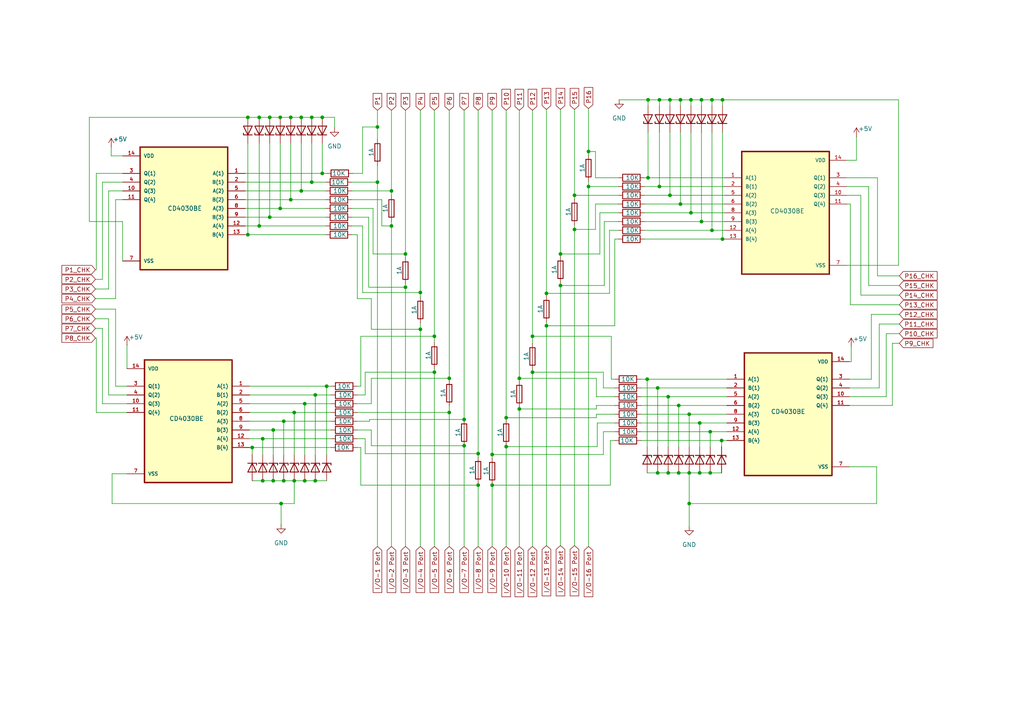
<source format=kicad_sch>
(kicad_sch (version 20250114) (generator "eeschema") (generator_version "9.0")
  (paper "A4")
  (lib_symbols
    (symbol "Device:D_Zener" (pin_numbers (hide yes)) (pin_names (offset 1.016) (hide yes))
      (property "Reference" "D" (at 0 2.54 0))
      (property "Value" "D_Zener" (at 0 -2.54 0))
      (symbol "D_Zener_1_1"
        (pin passive line (at -3.81 0 0) (length 2.54) (name "K") (number "1"))
        (pin passive line (at 3.81 0 180) (length 2.54) (name "A") (number "2"))
      )
    )
    (symbol "Device:Fuse" (pin_numbers (hide yes)) (pin_names (offset 0))
      (property "Reference" "F" (at 2.032 0 90))
      (property "Value" "Fuse" (at -1.905 0 90))
      (symbol "Fuse_1_1"
        (pin passive line (at 0 3.81 270) (length 1.27) (name "~") (number "1"))
        (pin passive line (at 0 -3.81 90) (length 1.27) (name "~") (number "2"))
      )
    )
    (symbol "Device:R" (pin_numbers (hide yes)) (pin_names (offset 0))
      (property "Reference" "R" (at 2.032 0 90))
      (property "Value" "R" (at 0 0 90))
      (symbol "R_1_1"
        (pin passive line (at 0 3.81 270) (length 1.27) (name "~") (number "1"))
        (pin passive line (at 0 -3.81 90) (length 1.27) (name "~") (number "2"))
      )
    )
    (symbol "PCM_CD4030BE:CD4030BE" (pin_names (offset 1.016))
      (property "Reference" "U" (at -12.7 18.78 0))
      (property "Value" "CD4030BE" (at -12.7 -21.78 0))
      (symbol "CD4030BE_0_0"
        (pin power_in line (at 17.78 15.24 180) (length 5.08) (name "VDD") (number "14"))
        (pin power_in line (at 17.78 -15.24 180) (length 5.08) (name "VSS") (number "7"))
      )
      (symbol "CD4030BE_1_0"
        (pin input line (at -17.78 10.16 0) (length 5.08) (name "A(1)") (number "1"))
        (pin input line (at -17.78 7.62 0) (length 5.08) (name "B(1)") (number "2"))
        (pin input line (at -17.78 5.08 0) (length 5.08) (name "A(2)") (number "5"))
        (pin input line (at -17.78 2.54 0) (length 5.08) (name "B(2)") (number "6"))
        (pin input line (at -17.78 0 0) (length 5.08) (name "A(3)") (number "8"))
        (pin input line (at -17.78 -2.54 0) (length 5.08) (name "B(3)") (number "9"))
        (pin input line (at -17.78 -5.08 0) (length 5.08) (name "A(4)") (number "12"))
        (pin input line (at -17.78 -7.62 0) (length 5.08) (name "B(4)") (number "13"))
        (pin output line (at 17.78 10.16 180) (length 5.08) (name "Q(1)") (number "3"))
        (pin output line (at 17.78 7.62 180) (length 5.08) (name "Q(2)") (number "4"))
        (pin output line (at 17.78 5.08 180) (length 5.08) (name "Q(3)") (number "10"))
        (pin output line (at 17.78 2.54 180) (length 5.08) (name "Q(4)") (number "11"))
      )
    )
    (symbol "power:+5V" (power) (pin_numbers (hide yes)) (pin_names (offset 0) (hide yes))
      (property "Value" "+5V" (at 0 3.556 0))
      (symbol "+5V_1_1"
        (pin power_in line (at 0 0 90) (length 0) (name "~") (number "1"))
      )
    )
    (symbol "power:GND" (power) (pin_numbers (hide yes)) (pin_names (offset 0) (hide yes))
      (property "Value" "GND" (at 0 -3.81 0))
      (symbol "GND_1_1"
        (pin power_in line (at 0 0 270) (length 0) (name "~") (number "1"))
      )
    )
  )
  (junction (at 150.622 109.728))
  (junction (at 205.994 137.16))
  (junction (at 82.296 139.446))
  (junction (at 209.55 69.342))
  (junction (at 206.502 66.802))
  (junction (at 109.474 52.832))
  (junction (at 154.432 97.536))
  (junction (at 190.754 137.16))
  (junction (at 82.296 122.174))
  (junction (at 117.602 83.312))
  (junction (at 166.624 56.642))
  (junction (at 203.454 28.956))
  (junction (at 158.496 94.488))
  (junction (at 121.92 95.504))
  (junction (at 91.44 114.554))
  (junction (at 109.474 36.83))
  (junction (at 199.898 137.16))
  (junction (at 146.812 121.158))
  (junction (at 202.946 137.16))
  (junction (at 187.96 28.956))
  (junction (at 142.748 131.826))
  (junction (at 121.92 84.836))
  (junction (at 200.406 28.956))
  (junction (at 158.496 85.09))
  (junction (at 196.85 137.16))
  (junction (at 187.96 51.562))
  (junction (at 113.538 65.532))
  (junction (at 191.262 54.102))
  (junction (at 190.754 112.522))
  (junction (at 84.328 57.912))
  (junction (at 203.454 64.262))
  (junction (at 205.994 125.222))
  (junction (at 134.62 121.666))
  (junction (at 170.688 43.942))
  (junction (at 142.748 140.716))
  (junction (at 85.344 139.446))
  (junction (at 76.2 139.446))
  (junction (at 191.262 28.956))
  (junction (at 79.248 124.714))
  (junction (at 162.56 82.804))
  (junction (at 150.622 118.618))
  (junction (at 197.358 28.956))
  (junction (at 130.302 119.634))
  (junction (at 91.44 139.446))
  (junction (at 87.376 34.036))
  (junction (at 90.424 34.036))
  (junction (at 193.802 115.062))
  (junction (at 199.898 146.05))
  (junction (at 78.232 34.036))
  (junction (at 162.56 73.66))
  (junction (at 197.358 59.182))
  (junction (at 81.534 146.05))
  (junction (at 193.802 137.16))
  (junction (at 196.85 117.602))
  (junction (at 209.296 127.762))
  (junction (at 134.62 129.286))
  (junction (at 87.376 55.372))
  (junction (at 81.28 34.036))
  (junction (at 202.946 122.682))
  (junction (at 81.28 60.452))
  (junction (at 209.55 28.956))
  (junction (at 170.688 54.102))
  (junction (at 79.248 139.446))
  (junction (at 93.472 34.036))
  (junction (at 200.406 61.722))
  (junction (at 199.898 120.142))
  (junction (at 146.812 129.54))
  (junction (at 88.392 117.094))
  (junction (at 84.328 34.036))
  (junction (at 117.602 73.66))
  (junction (at 75.184 34.036))
  (junction (at 138.684 140.716))
  (junction (at 78.232 62.992))
  (junction (at 154.432 107.95))
  (junction (at 166.624 66.548))
  (junction (at 206.502 28.956))
  (junction (at 130.302 109.728))
  (junction (at 85.344 119.634))
  (junction (at 75.184 65.532))
  (junction (at 73.152 129.794))
  (junction (at 71.882 68.072))
  (junction (at 125.984 97.536))
  (junction (at 71.882 34.036))
  (junction (at 88.392 139.446))
  (junction (at 113.538 55.372))
  (junction (at 94.742 112.014))
  (junction (at 76.2 127.254))
  (junction (at 194.31 28.956))
  (junction (at 93.472 50.292))
  (junction (at 125.984 107.95))
  (junction (at 187.706 109.982))
  (junction (at 138.684 131.572))
  (junction (at 90.424 52.832))
  (junction (at 194.31 56.642))
  (wire (pts (xy 134.62 32.004) (xy 134.62 121.666)))
  (wire (pts (xy 246.888 100.584) (xy 246.888 104.902)))
  (wire (pts (xy 85.344 146.05) (xy 81.534 146.05)))
  (wire (pts (xy 93.472 34.036) (xy 97.028 34.036)))
  (wire (pts (xy 197.358 59.182) (xy 210.058 59.182)))
  (wire (pts (xy 102.362 50.292) (xy 105.156 50.292)))
  (wire (pts (xy 194.31 56.642) (xy 210.058 56.642)))
  (wire (pts (xy 27.686 92.456) (xy 31.496 92.456)))
  (wire (pts (xy 81.534 146.05) (xy 81.534 152.146)))
  (wire (pts (xy 187.96 38.354) (xy 187.96 51.562)))
  (wire (pts (xy 206.502 28.956) (xy 209.55 28.956)))
  (wire (pts (xy 200.406 38.354) (xy 200.406 61.722)))
  (wire (pts (xy 109.474 48.006) (xy 109.474 52.832)))
  (wire (pts (xy 72.39 122.174) (xy 82.296 122.174)))
  (wire (pts (xy 177.038 127.762) (xy 178.308 127.762)))
  (wire (pts (xy 146.812 32.004) (xy 146.812 121.158)))
  (wire (pts (xy 172.72 51.562) (xy 179.324 51.562)))
  (wire (pts (xy 81.28 60.452) (xy 94.488 60.452)))
  (wire (pts (xy 178.308 69.342) (xy 178.308 94.488)))
  (wire (pts (xy 170.688 54.102) (xy 179.324 54.102)))
  (wire (pts (xy 71.12 50.292) (xy 93.472 50.292)))
  (wire (pts (xy 31.496 114.554) (xy 36.83 114.554)))
  (wire (pts (xy 158.496 94.488) (xy 158.496 93.472)))
  (wire (pts (xy 172.974 120.142) (xy 172.974 121.158)))
  (wire (pts (xy 176.784 66.802) (xy 179.324 66.802)))
  (wire (pts (xy 162.56 31.75) (xy 162.56 73.66)))
  (wire (pts (xy 71.12 52.832) (xy 90.424 52.832)))
  (wire (pts (xy 107.696 124.714) (xy 107.696 129.286)))
  (wire (pts (xy 249.682 85.598) (xy 260.858 85.598)))
  (wire (pts (xy 73.152 129.794) (xy 96.012 129.794)))
  (wire (pts (xy 185.928 117.602) (xy 196.85 117.602)))
  (wire (pts (xy 27.686 95.25) (xy 29.718 95.25)))
  (wire (pts (xy 166.624 56.642) (xy 179.324 56.642)))
  (wire (pts (xy 200.406 61.722) (xy 210.058 61.722)))
  (wire (pts (xy 27.686 78.232) (xy 27.94 78.232)))
  (wire (pts (xy 71.882 68.072) (xy 94.488 68.072)))
  (wire (pts (xy 187.96 28.956) (xy 187.96 30.734)))
  (wire (pts (xy 146.812 129.54) (xy 146.812 129.286)))
  (wire (pts (xy 72.39 112.014) (xy 94.742 112.014)))
  (wire (pts (xy 105.918 107.95) (xy 125.984 107.95)))
  (wire (pts (xy 102.108 62.992) (xy 106.934 62.992)))
  (wire (pts (xy 107.696 95.504) (xy 107.696 86.614)))
  (wire (pts (xy 186.944 64.262) (xy 203.454 64.262)))
  (wire (pts (xy 91.44 139.446) (xy 94.742 139.446)))
  (wire (pts (xy 150.622 118.11) (xy 150.622 118.618)))
  (wire (pts (xy 104.648 129.794) (xy 103.632 129.794)))
  (wire (pts (xy 193.802 137.16) (xy 196.85 137.16)))
  (wire (pts (xy 172.974 109.728) (xy 150.622 109.728)))
  (wire (pts (xy 199.898 120.142) (xy 210.82 120.142)))
  (wire (pts (xy 71.12 62.992) (xy 78.232 62.992)))
  (wire (pts (xy 75.184 34.036) (xy 78.232 34.036)))
  (wire (pts (xy 33.528 86.614) (xy 33.528 57.912)))
  (wire (pts (xy 166.624 56.642) (xy 166.624 57.658)))
  (wire (pts (xy 29.718 117.094) (xy 36.83 117.094)))
  (wire (pts (xy 245.618 46.482) (xy 248.412 46.482)))
  (wire (pts (xy 185.928 112.522) (xy 190.754 112.522)))
  (wire (pts (xy 187.96 51.562) (xy 210.058 51.562)))
  (wire (pts (xy 103.632 122.174) (xy 107.188 122.174)))
  (wire (pts (xy 73.152 129.794) (xy 73.152 131.826)))
  (wire (pts (xy 125.984 107.95) (xy 125.984 106.934)))
  (wire (pts (xy 173.228 129.54) (xy 146.812 129.54)))
  (wire (pts (xy 246.634 59.182) (xy 245.618 59.182)))
  (wire (pts (xy 178.308 94.488) (xy 158.496 94.488)))
  (wire (pts (xy 121.92 158.496) (xy 121.92 95.504)))
  (wire (pts (xy 209.55 38.354) (xy 209.55 69.342)))
  (wire (pts (xy 138.684 140.208) (xy 138.684 140.716)))
  (wire (pts (xy 196.85 137.16) (xy 199.898 137.16)))
  (wire (pts (xy 206.502 38.354) (xy 206.502 66.802)))
  (wire (pts (xy 27.686 98.044) (xy 27.94 98.044)))
  (wire (pts (xy 154.432 107.95) (xy 154.432 107.188)))
  (wire (pts (xy 190.754 112.522) (xy 210.82 112.522)))
  (wire (pts (xy 254.508 80.01) (xy 260.858 80.01)))
  (wire (pts (xy 203.454 64.262) (xy 210.058 64.262)))
  (wire (pts (xy 121.92 95.504) (xy 121.92 93.726)))
  (wire (pts (xy 105.918 114.554) (xy 105.918 107.95)))
  (wire (pts (xy 177.292 97.536) (xy 154.432 97.536)))
  (wire (pts (xy 194.31 28.956) (xy 197.358 28.956)))
  (wire (pts (xy 107.696 129.286) (xy 134.62 129.286)))
  (wire (pts (xy 177.038 127.762) (xy 177.038 140.716)))
  (wire (pts (xy 33.528 57.912) (xy 35.56 57.912)))
  (wire (pts (xy 185.928 125.222) (xy 205.994 125.222)))
  (wire (pts (xy 25.908 64.262) (xy 35.56 64.262)))
  (wire (pts (xy 102.108 65.532) (xy 105.156 65.532)))
  (wire (pts (xy 177.292 109.982) (xy 177.292 97.536)))
  (wire (pts (xy 200.406 28.956) (xy 203.454 28.956)))
  (wire (pts (xy 185.928 109.982) (xy 187.706 109.982)))
  (wire (pts (xy 32.258 45.212) (xy 32.258 42.672)))
  (wire (pts (xy 72.39 129.794) (xy 73.152 129.794)))
  (wire (pts (xy 209.55 69.342) (xy 210.058 69.342)))
  (wire (pts (xy 255.016 93.98) (xy 255.016 112.522)))
  (wire (pts (xy 27.94 119.634) (xy 36.83 119.634)))
  (wire (pts (xy 170.688 54.102) (xy 170.688 158.496)))
  (wire (pts (xy 154.432 32.004) (xy 154.432 97.536)))
  (wire (pts (xy 185.928 122.682) (xy 202.946 122.682)))
  (wire (pts (xy 84.328 57.912) (xy 94.488 57.912)))
  (wire (pts (xy 166.624 66.548) (xy 166.624 158.242)))
  (wire (pts (xy 166.624 66.548) (xy 172.72 66.548)))
  (wire (pts (xy 187.96 28.956) (xy 191.262 28.956)))
  (wire (pts (xy 191.262 38.354) (xy 191.262 54.102)))
  (wire (pts (xy 97.028 34.036) (xy 97.028 37.084)))
  (wire (pts (xy 94.742 112.014) (xy 96.012 112.014)))
  (wire (pts (xy 252.73 109.982) (xy 246.38 109.982)))
  (wire (pts (xy 205.994 125.222) (xy 210.82 125.222)))
  (wire (pts (xy 93.472 41.656) (xy 93.472 50.292)))
  (wire (pts (xy 172.72 43.942) (xy 172.72 51.562)))
  (wire (pts (xy 130.302 32.004) (xy 130.302 109.728)))
  (wire (pts (xy 71.12 60.452) (xy 81.28 60.452)))
  (wire (pts (xy 158.496 85.09) (xy 158.496 85.852)))
  (wire (pts (xy 88.392 117.094) (xy 96.012 117.094)))
  (wire (pts (xy 179.578 28.956) (xy 187.96 28.956)))
  (wire (pts (xy 72.39 117.094) (xy 88.392 117.094)))
  (wire (pts (xy 91.44 114.554) (xy 96.012 114.554)))
  (wire (pts (xy 90.424 34.036) (xy 93.472 34.036)))
  (wire (pts (xy 142.748 32.004) (xy 142.748 131.826)))
  (wire (pts (xy 162.56 158.242) (xy 162.56 82.804)))
  (wire (pts (xy 75.184 65.532) (xy 94.488 65.532)))
  (wire (pts (xy 107.696 86.614) (xy 103.632 86.614)))
  (wire (pts (xy 31.496 92.456) (xy 31.496 114.554)))
  (wire (pts (xy 32.512 137.414) (xy 36.83 137.414)))
  (wire (pts (xy 258.826 99.568) (xy 258.826 117.602)))
  (wire (pts (xy 190.754 137.16) (xy 193.802 137.16)))
  (wire (pts (xy 249.682 85.598) (xy 249.682 56.642)))
  (wire (pts (xy 93.472 50.292) (xy 94.742 50.292)))
  (wire (pts (xy 187.706 109.982) (xy 210.82 109.982)))
  (wire (pts (xy 206.502 28.956) (xy 206.502 30.734)))
  (wire (pts (xy 113.538 64.262) (xy 113.538 65.532)))
  (wire (pts (xy 176.784 66.802) (xy 176.784 85.09)))
  (wire (pts (xy 109.474 36.83) (xy 109.474 40.386)))
  (wire (pts (xy 85.344 139.446) (xy 88.392 139.446)))
  (wire (pts (xy 81.28 34.036) (xy 84.328 34.036)))
  (wire (pts (xy 170.688 54.102) (xy 170.688 52.578)))
  (wire (pts (xy 71.882 41.656) (xy 71.882 68.072)))
  (wire (pts (xy 260.604 76.962) (xy 260.604 28.956)))
  (wire (pts (xy 142.748 158.496) (xy 142.748 140.716)))
  (wire (pts (xy 142.748 140.716) (xy 142.748 140.462)))
  (wire (pts (xy 107.188 122.174) (xy 107.188 121.666)))
  (wire (pts (xy 172.974 115.062) (xy 178.308 115.062)))
  (wire (pts (xy 105.156 84.836) (xy 121.92 84.836)))
  (wire (pts (xy 197.358 28.956) (xy 200.406 28.956)))
  (wire (pts (xy 185.928 115.062) (xy 193.802 115.062)))
  (wire (pts (xy 170.688 31.496) (xy 170.688 43.942)))
  (wire (pts (xy 173.99 73.66) (xy 162.56 73.66)))
  (wire (pts (xy 108.204 60.452) (xy 108.204 73.66)))
  (wire (pts (xy 33.528 89.662) (xy 33.528 112.014)))
  (wire (pts (xy 71.12 55.372) (xy 87.376 55.372)))
  (wire (pts (xy 257.048 115.062) (xy 246.38 115.062)))
  (wire (pts (xy 27.686 83.82) (xy 31.496 83.82)))
  (wire (pts (xy 29.718 52.832) (xy 35.56 52.832)))
  (wire (pts (xy 187.706 109.982) (xy 187.706 129.54)))
  (wire (pts (xy 197.358 28.956) (xy 197.358 30.734)))
  (wire (pts (xy 79.248 124.714) (xy 96.012 124.714)))
  (wire (pts (xy 106.934 83.312) (xy 117.602 83.312)))
  (wire (pts (xy 248.412 39.624) (xy 248.412 46.482)))
  (wire (pts (xy 76.2 139.446) (xy 79.248 139.446)))
  (wire (pts (xy 175.26 82.804) (xy 162.56 82.804)))
  (wire (pts (xy 91.44 114.554) (xy 91.44 131.826)))
  (wire (pts (xy 107.188 121.666) (xy 134.62 121.666)))
  (wire (pts (xy 106.934 62.992) (xy 106.934 83.312)))
  (wire (pts (xy 79.248 124.714) (xy 79.248 131.826)))
  (wire (pts (xy 117.602 73.66) (xy 117.602 74.676)))
  (wire (pts (xy 199.898 146.05) (xy 199.898 152.654)))
  (wire (pts (xy 254.254 135.382) (xy 246.38 135.382)))
  (wire (pts (xy 196.85 117.602) (xy 210.82 117.602)))
  (wire (pts (xy 113.538 65.532) (xy 113.538 158.496)))
  (wire (pts (xy 109.474 32.004) (xy 109.474 36.83)))
  (wire (pts (xy 206.502 66.802) (xy 210.058 66.802)))
  (wire (pts (xy 191.262 54.102) (xy 210.058 54.102)))
  (wire (pts (xy 35.56 45.212) (xy 32.258 45.212)))
  (wire (pts (xy 35.56 64.262) (xy 35.56 75.692)))
  (wire (pts (xy 177.038 140.716) (xy 142.748 140.716)))
  (wire (pts (xy 71.12 65.532) (xy 75.184 65.532)))
  (wire (pts (xy 245.618 76.962) (xy 260.604 76.962)))
  (wire (pts (xy 105.918 127.254) (xy 105.918 131.572)))
  (wire (pts (xy 199.898 120.142) (xy 199.898 129.54)))
  (wire (pts (xy 27.94 78.232) (xy 27.94 50.292)))
  (wire (pts (xy 105.156 65.532) (xy 105.156 84.836)))
  (wire (pts (xy 130.302 117.856) (xy 130.302 119.634)))
  (wire (pts (xy 102.108 57.912) (xy 110.744 57.912)))
  (wire (pts (xy 185.928 120.142) (xy 199.898 120.142)))
  (wire (pts (xy 162.56 73.66) (xy 162.56 74.422)))
  (wire (pts (xy 125.984 32.004) (xy 125.984 97.536)))
  (wire (pts (xy 75.184 65.532) (xy 75.184 41.656)))
  (wire (pts (xy 27.94 50.292) (xy 35.56 50.292)))
  (wire (pts (xy 257.048 96.774) (xy 257.048 115.062)))
  (wire (pts (xy 87.376 55.372) (xy 87.376 41.656)))
  (wire (pts (xy 146.812 158.496) (xy 146.812 129.54)))
  (wire (pts (xy 154.432 158.496) (xy 154.432 107.95)))
  (wire (pts (xy 81.28 41.656) (xy 81.28 60.452)))
  (wire (pts (xy 193.802 115.062) (xy 193.802 129.54)))
  (wire (pts (xy 172.72 59.182) (xy 172.72 66.548)))
  (wire (pts (xy 197.358 38.354) (xy 197.358 59.182)))
  (wire (pts (xy 117.602 158.496) (xy 117.602 83.312)))
  (wire (pts (xy 246.634 88.392) (xy 246.634 59.182)))
  (wire (pts (xy 186.944 66.802) (xy 206.502 66.802)))
  (wire (pts (xy 102.108 60.452) (xy 108.204 60.452)))
  (wire (pts (xy 103.632 119.634) (xy 130.302 119.634)))
  (wire (pts (xy 72.39 124.714) (xy 79.248 124.714)))
  (wire (pts (xy 172.974 118.618) (xy 150.622 118.618)))
  (wire (pts (xy 29.718 95.25) (xy 29.718 117.094)))
  (wire (pts (xy 31.496 83.82) (xy 31.496 55.372)))
  (wire (pts (xy 175.006 131.826) (xy 175.006 125.222)))
  (wire (pts (xy 245.618 54.102) (xy 251.968 54.102)))
  (wire (pts (xy 254.254 146.05) (xy 254.254 135.382)))
  (wire (pts (xy 71.12 68.072) (xy 71.882 68.072)))
  (wire (pts (xy 190.754 112.522) (xy 190.754 129.54)))
  (wire (pts (xy 252.73 91.186) (xy 260.858 91.186)))
  (wire (pts (xy 245.618 56.642) (xy 249.682 56.642)))
  (wire (pts (xy 72.39 119.634) (xy 85.344 119.634)))
  (wire (pts (xy 202.946 122.682) (xy 210.82 122.682)))
  (wire (pts (xy 170.688 43.942) (xy 170.688 44.958)))
  (wire (pts (xy 102.108 52.832) (xy 109.474 52.832)))
  (wire (pts (xy 109.474 52.832) (xy 109.474 158.496)))
  (wire (pts (xy 251.968 82.804) (xy 260.858 82.804)))
  (wire (pts (xy 258.826 117.602) (xy 246.38 117.602)))
  (wire (pts (xy 186.944 54.102) (xy 191.262 54.102)))
  (wire (pts (xy 202.946 122.682) (xy 202.946 129.54)))
  (wire (pts (xy 110.744 57.912) (xy 110.744 65.532)))
  (wire (pts (xy 154.432 107.95) (xy 175.006 107.95)))
  (wire (pts (xy 154.432 97.536) (xy 154.432 99.568)))
  (wire (pts (xy 199.898 137.16) (xy 202.946 137.16)))
  (wire (pts (xy 185.928 127.762) (xy 209.296 127.762)))
  (wire (pts (xy 90.424 52.832) (xy 90.424 41.656)))
  (wire (pts (xy 36.83 100.076) (xy 36.83 106.934)))
  (wire (pts (xy 117.602 83.312) (xy 117.602 82.296)))
  (wire (pts (xy 104.648 112.014) (xy 103.632 112.014)))
  (wire (pts (xy 29.718 81.026) (xy 27.686 81.026)))
  (wire (pts (xy 186.944 69.342) (xy 209.55 69.342)))
  (wire (pts (xy 138.684 140.716) (xy 138.684 158.496)))
  (wire (pts (xy 194.31 30.734) (xy 194.31 28.956)))
  (wire (pts (xy 177.292 109.982) (xy 178.308 109.982)))
  (wire (pts (xy 31.496 55.372) (xy 35.56 55.372)))
  (wire (pts (xy 173.228 122.682) (xy 178.308 122.682)))
  (wire (pts (xy 175.006 107.95) (xy 175.006 112.522)))
  (wire (pts (xy 178.308 69.342) (xy 179.324 69.342)))
  (wire (pts (xy 87.376 55.372) (xy 94.488 55.372)))
  (wire (pts (xy 105.918 131.572) (xy 138.684 131.572)))
  (wire (pts (xy 246.888 104.902) (xy 246.38 104.902)))
  (wire (pts (xy 176.784 85.09) (xy 158.496 85.09)))
  (wire (pts (xy 71.882 34.036) (xy 75.184 34.036)))
  (wire (pts (xy 85.344 139.446) (xy 85.344 146.05)))
  (wire (pts (xy 162.56 82.804) (xy 162.56 82.042)))
  (wire (pts (xy 32.512 146.05) (xy 81.534 146.05)))
  (wire (pts (xy 203.454 28.956) (xy 206.502 28.956)))
  (wire (pts (xy 175.006 112.522) (xy 178.308 112.522)))
  (wire (pts (xy 107.696 95.504) (xy 121.92 95.504)))
  (wire (pts (xy 76.2 127.254) (xy 96.012 127.254)))
  (wire (pts (xy 27.94 98.044) (xy 27.94 119.634)))
  (wire (pts (xy 103.632 86.614) (xy 103.632 68.072)))
  (wire (pts (xy 84.328 34.036) (xy 87.376 34.036)))
  (wire (pts (xy 113.538 55.372) (xy 113.538 56.642)))
  (wire (pts (xy 146.812 121.158) (xy 146.812 121.666)))
  (wire (pts (xy 175.26 64.262) (xy 179.324 64.262)))
  (wire (pts (xy 78.232 62.992) (xy 94.488 62.992)))
  (wire (pts (xy 104.648 129.794) (xy 104.648 140.716)))
  (wire (pts (xy 85.344 119.634) (xy 96.012 119.634)))
  (wire (pts (xy 252.73 91.186) (xy 252.73 109.982)))
  (wire (pts (xy 130.302 119.634) (xy 130.302 158.496)))
  (wire (pts (xy 205.994 125.222) (xy 205.994 129.54)))
  (wire (pts (xy 27.686 86.614) (xy 33.528 86.614)))
  (wire (pts (xy 186.944 56.642) (xy 194.31 56.642)))
  (wire (pts (xy 130.302 109.728) (xy 130.302 110.236)))
  (wire (pts (xy 72.39 114.554) (xy 91.44 114.554)))
  (wire (pts (xy 173.228 122.682) (xy 173.228 129.54)))
  (wire (pts (xy 73.152 139.446) (xy 76.2 139.446)))
  (wire (pts (xy 104.648 97.536) (xy 104.648 112.014)))
  (wire (pts (xy 186.944 51.562) (xy 187.96 51.562)))
  (wire (pts (xy 104.648 97.536) (xy 125.984 97.536)))
  (wire (pts (xy 209.55 28.956) (xy 260.604 28.956)))
  (wire (pts (xy 104.648 140.716) (xy 138.684 140.716)))
  (wire (pts (xy 103.632 127.254) (xy 105.918 127.254)))
  (wire (pts (xy 27.686 89.662) (xy 33.528 89.662)))
  (wire (pts (xy 108.204 73.66) (xy 117.602 73.66)))
  (wire (pts (xy 88.392 117.094) (xy 88.392 131.826)))
  (wire (pts (xy 255.016 93.98) (xy 260.858 93.98)))
  (wire (pts (xy 138.684 131.572) (xy 138.684 132.588)))
  (wire (pts (xy 194.31 38.354) (xy 194.31 56.642)))
  (wire (pts (xy 72.39 127.254) (xy 76.2 127.254)))
  (wire (pts (xy 103.632 124.714) (xy 107.696 124.714)))
  (wire (pts (xy 33.528 112.014) (xy 36.83 112.014)))
  (wire (pts (xy 158.496 31.75) (xy 158.496 85.09)))
  (wire (pts (xy 203.454 28.956) (xy 203.454 30.734)))
  (wire (pts (xy 102.108 55.372) (xy 113.538 55.372)))
  (wire (pts (xy 172.974 117.602) (xy 178.308 117.602)))
  (wire (pts (xy 187.706 137.16) (xy 190.754 137.16)))
  (wire (pts (xy 196.85 117.602) (xy 196.85 129.54)))
  (wire (pts (xy 121.92 32.004) (xy 121.92 84.836)))
  (wire (pts (xy 138.684 32.004) (xy 138.684 131.572)))
  (wire (pts (xy 94.742 131.826) (xy 94.742 112.014)))
  (wire (pts (xy 90.424 52.832) (xy 94.488 52.832)))
  (wire (pts (xy 103.632 114.554) (xy 105.918 114.554)))
  (wire (pts (xy 121.92 84.836) (xy 121.92 86.106)))
  (wire (pts (xy 110.744 65.532) (xy 113.538 65.532)))
  (wire (pts (xy 105.156 50.292) (xy 105.156 36.83)))
  (wire (pts (xy 71.12 57.912) (xy 84.328 57.912)))
  (wire (pts (xy 205.994 137.16) (xy 209.296 137.16)))
  (wire (pts (xy 251.968 54.102) (xy 251.968 82.804)))
  (wire (pts (xy 245.618 51.562) (xy 254.508 51.562)))
  (wire (pts (xy 172.974 117.602) (xy 172.974 118.618)))
  (wire (pts (xy 150.622 109.728) (xy 150.622 110.49)))
  (wire (pts (xy 175.006 125.222) (xy 178.308 125.222)))
  (wire (pts (xy 260.858 96.774) (xy 257.048 96.774)))
  (wire (pts (xy 173.99 61.722) (xy 173.99 73.66)))
  (wire (pts (xy 82.296 122.174) (xy 82.296 131.826)))
  (wire (pts (xy 158.496 158.242) (xy 158.496 94.488)))
  (wire (pts (xy 246.38 112.522) (xy 255.016 112.522)))
  (wire (pts (xy 150.622 158.496) (xy 150.622 118.618)))
  (wire (pts (xy 191.262 28.956) (xy 194.31 28.956)))
  (wire (pts (xy 125.984 158.496) (xy 125.984 107.95)))
  (wire (pts (xy 209.296 127.762) (xy 210.82 127.762)))
  (wire (pts (xy 246.634 88.392) (xy 260.858 88.392)))
  (wire (pts (xy 254.508 80.01) (xy 254.508 51.562)))
  (wire (pts (xy 103.632 117.094) (xy 107.696 117.094)))
  (wire (pts (xy 78.232 34.036) (xy 81.28 34.036)))
  (wire (pts (xy 209.55 28.956) (xy 209.55 30.734)))
  (wire (pts (xy 78.232 62.992) (xy 78.232 41.656)))
  (wire (pts (xy 105.156 36.83) (xy 109.474 36.83)))
  (wire (pts (xy 199.898 137.16) (xy 199.898 146.05)))
  (wire (pts (xy 203.454 38.354) (xy 203.454 64.262)))
  (wire (pts (xy 172.974 115.062) (xy 172.974 109.728)))
  (wire (pts (xy 87.376 34.036) (xy 90.424 34.036)))
  (wire (pts (xy 186.944 59.182) (xy 197.358 59.182)))
  (wire (pts (xy 85.344 119.634) (xy 85.344 131.826)))
  (wire (pts (xy 88.392 139.446) (xy 91.44 139.446)))
  (wire (pts (xy 199.898 146.05) (xy 254.254 146.05)))
  (wire (pts (xy 134.62 129.286) (xy 134.62 158.496)))
  (wire (pts (xy 117.602 32.004) (xy 117.602 73.66)))
  (wire (pts (xy 79.248 139.446) (xy 82.296 139.446)))
  (wire (pts (xy 258.826 99.568) (xy 260.858 99.568)))
  (wire (pts (xy 202.946 137.16) (xy 205.994 137.16)))
  (wire (pts (xy 107.696 117.094) (xy 107.696 109.728)))
  (wire (pts (xy 166.624 31.75) (xy 166.624 56.642)))
  (wire (pts (xy 76.2 127.254) (xy 76.2 131.826)))
  (wire (pts (xy 142.748 131.826) (xy 142.748 132.842)))
  (wire (pts (xy 82.296 122.174) (xy 96.012 122.174)))
  (wire (pts (xy 25.908 34.036) (xy 71.882 34.036)))
  (wire (pts (xy 146.812 121.158) (xy 172.974 121.158)))
  (wire (pts (xy 172.974 120.142) (xy 178.308 120.142)))
  (wire (pts (xy 107.696 109.728) (xy 130.302 109.728)))
  (wire (pts (xy 25.908 34.036) (xy 25.908 64.262)))
  (wire (pts (xy 200.406 28.956) (xy 200.406 30.734)))
  (wire (pts (xy 113.538 32.004) (xy 113.538 55.372)))
  (wire (pts (xy 142.748 131.826) (xy 175.006 131.826)))
  (wire (pts (xy 32.512 137.414) (xy 32.512 146.05)))
  (wire (pts (xy 82.296 139.446) (xy 85.344 139.446)))
  (wire (pts (xy 170.688 43.942) (xy 172.72 43.942)))
  (wire (pts (xy 175.26 64.262) (xy 175.26 82.804)))
  (wire (pts (xy 125.984 97.536) (xy 125.984 99.314)))
  (wire (pts (xy 102.108 68.072) (xy 103.632 68.072)))
  (wire (pts (xy 150.622 32.004) (xy 150.622 109.728)))
  (wire (pts (xy 166.624 66.548) (xy 166.624 65.278)))
  (wire (pts (xy 172.72 59.182) (xy 179.324 59.182)))
  (wire (pts (xy 193.802 115.062) (xy 210.82 115.062)))
  (wire (pts (xy 173.99 61.722) (xy 179.324 61.722)))
  (wire (pts (xy 191.262 28.956) (xy 191.262 30.734)))
  (wire (pts (xy 186.944 61.722) (xy 200.406 61.722)))
  (wire (pts (xy 209.296 127.762) (xy 209.296 129.54)))
  (wire (pts (xy 29.718 52.832) (xy 29.718 81.026)))
  (wire (pts (xy 84.328 57.912) (xy 84.328 41.656)))
  (global_label "P6" (shape input) (at 130.302 32.004 90) (property "Intersheetrefs" "${INTERSHEET_REFS}" (effects (hide yes))))
  (global_label "P9" (shape input) (at 142.748 32.004 90) (property "Intersheetrefs" "${INTERSHEET_REFS}" (effects (hide yes))))
  (global_label "I{slash}O-2 Port" (shape input) (at 113.538 158.496 270) (property "Intersheetrefs" "${INTERSHEET_REFS}" (effects (hide yes))))
  (global_label "P9_CHK" (shape input) (at 260.858 99.568 0) (property "Intersheetrefs" "${INTERSHEET_REFS}" (effects (hide yes))))
  (global_label "I{slash}O-11 Port" (shape input) (at 150.622 158.496 270) (property "Intersheetrefs" "${INTERSHEET_REFS}" (effects (hide yes))))
  (global_label "P2" (shape input) (at 113.538 32.004 90) (property "Intersheetrefs" "${INTERSHEET_REFS}" (effects (hide yes))))
  (global_label "I{slash}O-7 Port" (shape input) (at 134.62 158.496 270) (property "Intersheetrefs" "${INTERSHEET_REFS}" (effects (hide yes))))
  (global_label "P1_CHK" (shape input) (at 27.686 78.232 180) (property "Intersheetrefs" "${INTERSHEET_REFS}" (effects (hide yes))))
  (global_label "P6_CHK" (shape input) (at 27.686 92.456 180) (property "Intersheetrefs" "${INTERSHEET_REFS}" (effects (hide yes))))
  (global_label "P14" (shape input) (at 162.56 31.75 90) (property "Intersheetrefs" "${INTERSHEET_REFS}" (effects (hide yes))))
  (global_label "I{slash}O-16 Port" (shape input) (at 170.688 158.496 270) (property "Intersheetrefs" "${INTERSHEET_REFS}" (effects (hide yes))))
  (global_label "P11_CHK" (shape input) (at 260.858 93.98 0) (property "Intersheetrefs" "${INTERSHEET_REFS}" (effects (hide yes))))
  (global_label "P5" (shape input) (at 125.984 32.004 90) (property "Intersheetrefs" "${INTERSHEET_REFS}" (effects (hide yes))))
  (global_label "I{slash}O-3 Port" (shape input) (at 117.602 158.496 270) (property "Intersheetrefs" "${INTERSHEET_REFS}" (effects (hide yes))))
  (global_label "I{slash}O-9 Port" (shape input) (at 142.748 158.496 270) (property "Intersheetrefs" "${INTERSHEET_REFS}" (effects (hide yes))))
  (global_label "P12" (shape input) (at 154.432 32.004 90) (property "Intersheetrefs" "${INTERSHEET_REFS}" (effects (hide yes))))
  (global_label "P1" (shape input) (at 109.474 32.004 90) (property "Intersheetrefs" "${INTERSHEET_REFS}" (effects (hide yes))))
  (global_label "P16" (shape input) (at 170.688 31.496 90) (property "Intersheetrefs" "${INTERSHEET_REFS}" (effects (hide yes))))
  (global_label "I{slash}O-14 Port" (shape input) (at 162.56 158.242 270) (property "Intersheetrefs" "${INTERSHEET_REFS}" (effects (hide yes))))
  (global_label "P7_CHK" (shape input) (at 27.686 95.25 180) (property "Intersheetrefs" "${INTERSHEET_REFS}" (effects (hide yes))))
  (global_label "P3_CHK" (shape input) (at 27.686 83.82 180) (property "Intersheetrefs" "${INTERSHEET_REFS}" (effects (hide yes))))
  (global_label "P10" (shape input) (at 146.812 32.004 90) (property "Intersheetrefs" "${INTERSHEET_REFS}" (effects (hide yes))))
  (global_label "I{slash}O-15 Port" (shape input) (at 166.624 158.242 270) (property "Intersheetrefs" "${INTERSHEET_REFS}" (effects (hide yes))))
  (global_label "P8" (shape input) (at 138.684 32.004 90) (property "Intersheetrefs" "${INTERSHEET_REFS}" (effects (hide yes))))
  (global_label "P4_CHK" (shape input) (at 27.686 86.614 180) (property "Intersheetrefs" "${INTERSHEET_REFS}" (effects (hide yes))))
  (global_label "P7" (shape input) (at 134.62 32.004 90) (property "Intersheetrefs" "${INTERSHEET_REFS}" (effects (hide yes))))
  (global_label "P3" (shape input) (at 117.602 32.004 90) (property "Intersheetrefs" "${INTERSHEET_REFS}" (effects (hide yes))))
  (global_label "P10_CHK" (shape input) (at 260.858 96.774 0) (property "Intersheetrefs" "${INTERSHEET_REFS}" (effects (hide yes))))
  (global_label "P4" (shape input) (at 121.92 32.004 90) (property "Intersheetrefs" "${INTERSHEET_REFS}" (effects (hide yes))))
  (global_label "I{slash}O-10 Port" (shape input) (at 146.812 158.496 270) (property "Intersheetrefs" "${INTERSHEET_REFS}" (effects (hide yes))))
  (global_label "I{slash}O-4 Port" (shape input) (at 121.92 158.496 270) (property "Intersheetrefs" "${INTERSHEET_REFS}" (effects (hide yes))))
  (global_label "I{slash}O-6 Port" (shape input) (at 130.302 158.496 270) (property "Intersheetrefs" "${INTERSHEET_REFS}" (effects (hide yes))))
  (global_label "P12_CHK" (shape input) (at 260.858 91.186 0) (property "Intersheetrefs" "${INTERSHEET_REFS}" (effects (hide yes))))
  (global_label "P13_CHK" (shape input) (at 260.858 88.392 0) (property "Intersheetrefs" "${INTERSHEET_REFS}" (effects (hide yes))))
  (global_label "P16_CHK" (shape input) (at 260.858 80.01 0) (property "Intersheetrefs" "${INTERSHEET_REFS}" (effects (hide yes))))
  (global_label "P5_CHK" (shape input) (at 27.686 89.662 180) (property "Intersheetrefs" "${INTERSHEET_REFS}" (effects (hide yes))))
  (global_label "I{slash}O-8 Port" (shape input) (at 138.684 158.496 270) (property "Intersheetrefs" "${INTERSHEET_REFS}" (effects (hide yes))))
  (global_label "P2_CHK" (shape input) (at 27.686 81.026 180) (property "Intersheetrefs" "${INTERSHEET_REFS}" (effects (hide yes))))
  (global_label "P11" (shape input) (at 150.622 32.004 90) (property "Intersheetrefs" "${INTERSHEET_REFS}" (effects (hide yes))))
  (global_label "I{slash}O-12 Port" (shape input) (at 154.432 158.496 270) (property "Intersheetrefs" "${INTERSHEET_REFS}" (effects (hide yes))))
  (global_label "P15" (shape input) (at 166.624 31.75 90) (property "Intersheetrefs" "${INTERSHEET_REFS}" (effects (hide yes))))
  (global_label "P15_CHK" (shape input) (at 260.858 82.804 0) (property "Intersheetrefs" "${INTERSHEET_REFS}" (effects (hide yes))))
  (global_label "I{slash}O-5 Port" (shape input) (at 125.984 158.496 270) (property "Intersheetrefs" "${INTERSHEET_REFS}" (effects (hide yes))))
  (global_label "I{slash}O-1 Port" (shape input) (at 109.474 158.496 270) (property "Intersheetrefs" "${INTERSHEET_REFS}" (effects (hide yes))))
  (global_label "P13" (shape input) (at 158.496 31.75 90) (property "Intersheetrefs" "${INTERSHEET_REFS}" (effects (hide yes))))
  (global_label "I{slash}O-13 Port" (shape input) (at 158.496 158.242 270) (property "Intersheetrefs" "${INTERSHEET_REFS}" (effects (hide yes))))
  (global_label "P14_CHK" (shape input) (at 260.858 85.598 0) (property "Intersheetrefs" "${INTERSHEET_REFS}" (effects (hide yes))))
  (global_label "P8_CHK" (shape input) (at 27.686 98.044 180) (property "Intersheetrefs" "${INTERSHEET_REFS}" (effects (hide yes))))
  (symbol (lib_id "Device:R") (at 182.118 125.222 270) (unit 1)
    (property "Reference" "R15" (effects (hide yes)))
    (property "Value" "10K" (at 182.372 125.222 90))
    (property "Description" "Resistor" (effects (hide yes)))
  )
  (symbol (lib_id "Device:D_Zener") (at 191.262 34.544 90) (unit 1)
    (property "Reference" "D10" (effects (hide yes)))
    (property "Value" "D_Zener" (effects (hide yes)))
    (property "Description" "Zener diode" (effects (hide yes)))
  )
  (symbol (lib_id "Device:Fuse") (at 150.622 114.3 180) (unit 1)
    (property "Reference" "F11" (effects (hide yes)))
    (property "Value" "1A" (at 148.844 114.3 90))
    (property "Footprint" "Fuse:Fuseholder_Cylinder-5x20mm_Schurter_0031_8201_Horizontal_Open" (effects (hide yes)))
    (property "Description" "Fuse" (effects (hide yes)))
  )
  (symbol (lib_id "Device:Fuse") (at 125.984 103.124 180) (unit 1)
    (property "Reference" "F5" (effects (hide yes)))
    (property "Value" "1A" (at 124.206 103.124 90))
    (property "Footprint" "Fuse:Fuseholder_Cylinder-5x20mm_Schurter_0031_8201_Horizontal_Open" (effects (hide yes)))
    (property "Description" "Fuse" (effects (hide yes)))
  )
  (symbol (lib_id "Device:D_Zener") (at 84.328 37.846 90) (unit 1)
    (property "Reference" "D3" (effects (hide yes)))
    (property "Value" "D_Zener" (effects (hide yes)))
    (property "Description" "Zener diode" (effects (hide yes)))
  )
  (symbol (lib_id "Device:R") (at 98.298 55.372 90) (unit 1)
    (property "Reference" "R24" (effects (hide yes)))
    (property "Value" "10K" (at 98.552 55.372 90))
    (property "Description" "Resistor" (effects (hide yes)))
  )
  (symbol (lib_id "Device:D_Zener") (at 73.152 135.636 270) (unit 1)
    (property "Reference" "D25" (effects (hide yes)))
    (property "Value" "D_Zener" (effects (hide yes)))
    (property "Description" "Zener diode" (effects (hide yes)))
  )
  (symbol (lib_id "Device:R") (at 183.134 64.262 270) (unit 1)
    (property "Reference" "R6" (effects (hide yes)))
    (property "Value" "10K" (at 183.388 64.262 90))
    (property "Description" "Resistor" (effects (hide yes)))
  )
  (symbol (lib_id "Device:Fuse") (at 117.602 78.486 180) (unit 1)
    (property "Reference" "F3" (effects (hide yes)))
    (property "Value" "1A" (at 115.824 78.486 90))
    (property "Footprint" "Fuse:Fuseholder_Cylinder-5x20mm_Schurter_0031_8201_Horizontal_Open" (effects (hide yes)))
    (property "Description" "Fuse" (effects (hide yes)))
  )
  (symbol (lib_id "Device:R") (at 183.134 69.342 270) (unit 1)
    (property "Reference" "R8" (effects (hide yes)))
    (property "Value" "10K" (at 183.388 69.342 90))
    (property "Description" "Resistor" (effects (hide yes)))
  )
  (symbol (lib_id "Device:D_Zener") (at 88.392 135.636 270) (unit 1)
    (property "Reference" "D30" (effects (hide yes)))
    (property "Value" "D_Zener" (effects (hide yes)))
    (property "Description" "Zener diode" (effects (hide yes)))
  )
  (symbol (lib_id "power:GND") (at 199.898 152.654 0) (unit 1)
    (property "Reference" "#PWR02" (effects (hide yes)))
    (property "Value" "GND" (at 199.898 157.988 0))
    (property "Description" "Power symbol creates a global label with name \"GND\" , ground" (effects (hide yes)))
  )
  (symbol (lib_id "Device:R") (at 182.118 122.682 270) (unit 1)
    (property "Reference" "R14" (effects (hide yes)))
    (property "Value" "10K" (at 182.372 122.682 90))
    (property "Description" "Resistor" (effects (hide yes)))
  )
  (symbol (lib_id "Device:Fuse") (at 113.538 60.452 180) (unit 1)
    (property "Reference" "F2" (effects (hide yes)))
    (property "Value" "1A" (at 111.76 60.452 90))
    (property "Footprint" "Fuse:Fuseholder_Cylinder-5x20mm_Schurter_0031_8201_Horizontal_Open" (effects (hide yes)))
    (property "Description" "Fuse" (effects (hide yes)))
  )
  (symbol (lib_id "Device:D_Zener") (at 75.184 37.846 90) (unit 1)
    (property "Reference" "D6" (effects (hide yes)))
    (property "Value" "D_Zener" (effects (hide yes)))
    (property "Description" "Zener diode" (effects (hide yes)))
  )
  (symbol (lib_id "Device:R") (at 98.552 50.292 90) (unit 1)
    (property "Reference" "R22" (effects (hide yes)))
    (property "Value" "10K" (at 98.298 50.292 90))
    (property "Description" "Resistor" (effects (hide yes)))
  )
  (symbol (lib_id "Device:R") (at 98.298 57.912 270) (unit 1)
    (property "Reference" "R21" (effects (hide yes)))
    (property "Value" "10K" (at 98.552 57.912 90))
    (property "Description" "Resistor" (effects (hide yes)))
  )
  (symbol (lib_id "Device:R") (at 182.118 112.522 270) (unit 1)
    (property "Reference" "R10" (effects (hide yes)))
    (property "Value" "10K" (at 182.372 112.522 90))
    (property "Description" "Resistor" (effects (hide yes)))
  )
  (symbol (lib_id "Device:D_Zener") (at 193.802 133.35 270) (unit 1)
    (property "Reference" "D22" (effects (hide yes)))
    (property "Value" "D_Zener" (effects (hide yes)))
    (property "Description" "Zener diode" (effects (hide yes)))
  )
  (symbol (lib_id "Device:R") (at 183.134 59.182 270) (unit 1)
    (property "Reference" "R2" (effects (hide yes)))
    (property "Value" "10K" (at 183.388 59.182 90))
    (property "Description" "Resistor" (effects (hide yes)))
  )
  (symbol (lib_id "power:+5V") (at 248.412 39.624 0) (unit 1)
    (property "Reference" "#PWR07" (effects (hide yes)))
    (property "Value" "+5V" (at 250.952 37.338 0))
    (property "Description" "Power symbol creates a global label with name \"+5V\"" (effects (hide yes)))
  )
  (symbol (lib_id "Device:D_Zener") (at 190.754 133.35 270) (unit 1)
    (property "Reference" "D23" (effects (hide yes)))
    (property "Value" "D_Zener" (effects (hide yes)))
    (property "Description" "Zener diode" (effects (hide yes)))
  )
  (symbol (lib_id "Device:R") (at 98.298 68.072 270) (unit 1)
    (property "Reference" "R17" (effects (hide yes)))
    (property "Value" "10K" (at 98.552 68.072 90))
    (property "Description" "Resistor" (effects (hide yes)))
  )
  (symbol (lib_id "Device:R") (at 99.822 114.554 270) (unit 1)
    (property "Reference" "R26" (effects (hide yes)))
    (property "Value" "10K" (at 100.076 114.554 90))
    (property "Description" "Resistor" (effects (hide yes)))
  )
  (symbol (lib_id "Device:Fuse") (at 162.56 78.232 180) (unit 1)
    (property "Reference" "F14" (effects (hide yes)))
    (property "Value" "1A" (at 160.782 78.232 90))
    (property "Footprint" "Fuse:Fuseholder_Cylinder-5x20mm_Schurter_0031_8201_Horizontal_Open" (effects (hide yes)))
    (property "Description" "Fuse" (effects (hide yes)))
  )
  (symbol (lib_id "Device:D_Zener") (at 94.742 135.636 270) (unit 1)
    (property "Reference" "D32" (effects (hide yes)))
    (property "Value" "D_Zener" (effects (hide yes)))
    (property "Description" "Zener diode" (effects (hide yes)))
  )
  (symbol (lib_id "Device:D_Zener") (at 205.994 133.35 270) (unit 1)
    (property "Reference" "D18" (effects (hide yes)))
    (property "Value" "D_Zener" (effects (hide yes)))
    (property "Description" "Zener diode" (effects (hide yes)))
  )
  (symbol (lib_id "Device:D_Zener") (at 194.31 34.544 90) (unit 1)
    (property "Reference" "D11" (effects (hide yes)))
    (property "Value" "D_Zener" (effects (hide yes)))
    (property "Description" "Zener diode" (effects (hide yes)))
  )
  (symbol (lib_id "Device:D_Zener") (at 209.296 133.35 270) (unit 1)
    (property "Reference" "D17" (effects (hide yes)))
    (property "Value" "D_Zener" (effects (hide yes)))
    (property "Description" "Zener diode" (effects (hide yes)))
  )
  (symbol (lib_id "Device:D_Zener") (at 71.882 37.846 90) (unit 1)
    (property "Reference" "D7" (effects (hide yes)))
    (property "Value" "D_Zener" (effects (hide yes)))
    (property "Description" "Zener diode" (effects (hide yes)))
  )
  (symbol (lib_id "Device:R") (at 98.298 65.532 270) (unit 1)
    (property "Reference" "R18" (effects (hide yes)))
    (property "Value" "10K" (at 98.552 65.532 90))
    (property "Description" "Resistor" (effects (hide yes)))
  )
  (symbol (lib_id "Device:R") (at 99.822 129.794 90) (unit 1)
    (property "Reference" "R32" (effects (hide yes)))
    (property "Value" "10K" (at 99.568 129.794 90))
    (property "Description" "Resistor" (effects (hide yes)))
  )
  (symbol (lib_id "Device:Fuse") (at 138.684 136.398 180) (unit 1)
    (property "Reference" "F8" (effects (hide yes)))
    (property "Value" "1A" (at 136.906 136.398 90))
    (property "Footprint" "Fuse:Fuseholder_Cylinder-5x20mm_Schurter_0031_8201_Horizontal_Open" (effects (hide yes)))
    (property "Description" "Fuse" (effects (hide yes)))
  )
  (symbol (lib_id "Device:R") (at 183.134 51.562 270) (unit 1)
    (property "Reference" "R1" (effects (hide yes)))
    (property "Value" "10K" (at 183.388 51.562 90))
    (property "Description" "Resistor" (effects (hide yes)))
  )
  (symbol (lib_id "Device:D_Zener") (at 87.376 37.846 90) (unit 1)
    (property "Reference" "D2" (effects (hide yes)))
    (property "Value" "D_Zener" (effects (hide yes)))
    (property "Description" "Zener diode" (effects (hide yes)))
  )
  (symbol (lib_id "Device:R") (at 183.134 61.722 270) (unit 1)
    (property "Reference" "R7" (effects (hide yes)))
    (property "Value" "10K" (at 183.388 61.722 90))
    (property "Description" "Resistor" (effects (hide yes)))
  )
  (symbol (lib_id "PCM_CD4030BE:CD4030BE") (at 53.34 60.452 0) (mirror y) (unit 1)
    (property "Reference" "U1" (effects (hide yes)))
    (property "Value" "CD4030BE" (at 53.594 60.452 0))
    (property "Footprint" "CD4030BE:DIP794W45P254L1969H508Q14" (effects (hide yes)))
    (property "MF" "Texas Instruments" (effects (hide yes)))
    (property "Description_1" "Quadruple 2-input 3-V to 18-V XOR (exclusive OR) gates" (effects (hide yes)))
    (property "Package" "PDIP-14 Texas Instruments" (effects (hide yes)))
    (property "Price" "None" (effects (hide yes)))
    (property "SnapEDA_Link" "https://www.snapeda.com/parts/CD4030BE/Texas+Instruments/view-part/?ref=snap" (effects (hide yes)))
    (property "MP" "CD4030BE" (effects (hide yes)))
    (property "Availability" "In Stock" (effects (hide yes)))
    (property "Check_prices" "https://www.snapeda.com/parts/CD4030BE/Texas+Instruments/view-part/?ref=eda" (effects (hide yes)))
  )
  (symbol (lib_id "Device:R") (at 182.118 117.602 270) (unit 1)
    (property "Reference" "R12" (effects (hide yes)))
    (property "Value" "10K" (at 182.372 117.602 90))
    (property "Description" "Resistor" (effects (hide yes)))
  )
  (symbol (lib_id "Device:D_Zener") (at 85.344 135.636 270) (unit 1)
    (property "Reference" "D29" (effects (hide yes)))
    (property "Value" "D_Zener" (effects (hide yes)))
    (property "Description" "Zener diode" (effects (hide yes)))
  )
  (symbol (lib_id "power:+5V") (at 32.258 42.672 0) (unit 1)
    (property "Reference" "#PWR010" (effects (hide yes)))
    (property "Value" "+5V" (at 34.798 40.386 0))
    (property "Description" "Power symbol creates a global label with name \"+5V\"" (effects (hide yes)))
  )
  (symbol (lib_id "Device:D_Zener") (at 209.55 34.544 90) (unit 1)
    (property "Reference" "D16" (effects (hide yes)))
    (property "Value" "D_Zener" (effects (hide yes)))
    (property "Description" "Zener diode" (effects (hide yes)))
  )
  (symbol (lib_id "Device:R") (at 99.822 127.254 270) (unit 1)
    (property "Reference" "R31" (effects (hide yes)))
    (property "Value" "10K" (at 100.076 127.254 90))
    (property "Description" "Resistor" (effects (hide yes)))
  )
  (symbol (lib_id "Device:D_Zener") (at 203.454 34.544 90) (unit 1)
    (property "Reference" "D14" (effects (hide yes)))
    (property "Value" "D_Zener" (effects (hide yes)))
    (property "Description" "Zener diode" (effects (hide yes)))
  )
  (symbol (lib_id "Device:D_Zener") (at 199.898 133.35 270) (unit 1)
    (property "Reference" "D20" (effects (hide yes)))
    (property "Value" "D_Zener" (effects (hide yes)))
    (property "Description" "Zener diode" (effects (hide yes)))
  )
  (symbol (lib_id "power:GND") (at 179.578 28.956 0) (unit 1)
    (property "Reference" "#PWR03" (effects (hide yes)))
    (property "Value" "GND" (at 179.578 34.29 0))
    (property "Description" "Power symbol creates a global label with name \"GND\" , ground" (effects (hide yes)))
  )
  (symbol (lib_id "Device:D_Zener") (at 200.406 34.544 90) (unit 1)
    (property "Reference" "D13" (effects (hide yes)))
    (property "Value" "D_Zener" (effects (hide yes)))
    (property "Description" "Zener diode" (effects (hide yes)))
  )
  (symbol (lib_id "PCM_CD4030BE:CD4030BE") (at 228.6 120.142 0) (unit 1)
    (property "Reference" "U3" (effects (hide yes)))
    (property "Value" "CD4030BE" (at 228.6 119.38 0))
    (property "Footprint" "CD4030BE:DIP794W45P254L1969H508Q14" (effects (hide yes)))
    (property "MF" "Texas Instruments" (effects (hide yes)))
    (property "Description_1" "Quadruple 2-input 3-V to 18-V XOR (exclusive OR) gates" (effects (hide yes)))
    (property "Package" "PDIP-14 Texas Instruments" (effects (hide yes)))
    (property "Price" "None" (effects (hide yes)))
    (property "SnapEDA_Link" "https://www.snapeda.com/parts/CD4030BE/Texas+Instruments/view-part/?ref=snap" (effects (hide yes)))
    (property "MP" "CD4030BE" (effects (hide yes)))
    (property "Availability" "In Stock" (effects (hide yes)))
    (property "Check_prices" "https://www.snapeda.com/parts/CD4030BE/Texas+Instruments/view-part/?ref=eda" (effects (hide yes)))
  )
  (symbol (lib_id "Device:Fuse") (at 134.62 125.476 180) (unit 1)
    (property "Reference" "F7" (effects (hide yes)))
    (property "Value" "1A" (at 132.842 125.476 90))
    (property "Footprint" "Fuse:Fuseholder_Cylinder-5x20mm_Schurter_0031_8201_Horizontal_Open" (effects (hide yes)))
    (property "Description" "Fuse" (effects (hide yes)))
  )
  (symbol (lib_id "power:+5V") (at 246.888 100.584 0) (unit 1)
    (property "Reference" "#PWR08" (effects (hide yes)))
    (property "Value" "+5V" (at 249.428 98.298 0))
    (property "Description" "Power symbol creates a global label with name \"+5V\"" (effects (hide yes)))
  )
  (symbol (lib_id "Device:D_Zener") (at 76.2 135.636 270) (unit 1)
    (property "Reference" "D26" (effects (hide yes)))
    (property "Value" "D_Zener" (effects (hide yes)))
    (property "Description" "Zener diode" (effects (hide yes)))
  )
  (symbol (lib_id "Device:R") (at 182.118 115.062 270) (unit 1)
    (property "Reference" "R11" (effects (hide yes)))
    (property "Value" "10K" (at 182.372 115.062 90))
    (property "Description" "Resistor" (effects (hide yes)))
  )
  (symbol (lib_id "Device:D_Zener") (at 91.44 135.636 270) (unit 1)
    (property "Reference" "D31" (effects (hide yes)))
    (property "Value" "D_Zener" (effects (hide yes)))
    (property "Description" "Zener diode" (effects (hide yes)))
  )
  (symbol (lib_id "Device:D_Zener") (at 202.946 133.35 270) (unit 1)
    (property "Reference" "D19" (effects (hide yes)))
    (property "Value" "D_Zener" (effects (hide yes)))
    (property "Description" "Zener diode" (effects (hide yes)))
  )
  (symbol (lib_id "Device:Fuse") (at 142.748 136.652 180) (unit 1)
    (property "Reference" "F9" (effects (hide yes)))
    (property "Value" "1A" (at 140.97 136.652 90))
    (property "Footprint" "Fuse:Fuseholder_Cylinder-5x20mm_Schurter_0031_8201_Horizontal_Open" (effects (hide yes)))
    (property "Description" "Fuse" (effects (hide yes)))
  )
  (symbol (lib_id "Device:D_Zener") (at 196.85 133.35 270) (unit 1)
    (property "Reference" "D21" (effects (hide yes)))
    (property "Value" "D_Zener" (effects (hide yes)))
    (property "Description" "Zener diode" (effects (hide yes)))
  )
  (symbol (lib_id "power:GND") (at 97.028 37.084 0) (unit 1)
    (property "Reference" "#PWR04" (effects (hide yes)))
    (property "Value" "GND" (at 97.028 42.418 0))
    (property "Description" "Power symbol creates a global label with name \"GND\" , ground" (effects (hide yes)))
  )
  (symbol (lib_id "Device:R") (at 183.134 54.102 270) (unit 1)
    (property "Reference" "R4" (effects (hide yes)))
    (property "Value" "10K" (at 183.388 54.102 90))
    (property "Description" "Resistor" (effects (hide yes)))
  )
  (symbol (lib_id "Device:Fuse") (at 166.624 61.468 180) (unit 1)
    (property "Reference" "F15" (effects (hide yes)))
    (property "Value" "1A" (at 164.846 61.468 90))
    (property "Footprint" "Fuse:Fuseholder_Cylinder-5x20mm_Schurter_0031_8201_Horizontal_Open" (effects (hide yes)))
    (property "Description" "Fuse" (effects (hide yes)))
  )
  (symbol (lib_id "Device:R") (at 182.118 109.982 270) (unit 1)
    (property "Reference" "R9" (effects (hide yes)))
    (property "Value" "10K" (at 182.118 109.982 90))
    (property "Description" "Resistor" (effects (hide yes)))
  )
  (symbol (lib_id "Device:R") (at 99.822 122.174 270) (unit 1)
    (property "Reference" "R29" (effects (hide yes)))
    (property "Value" "10K" (at 100.076 122.174 90))
    (property "Description" "Resistor" (effects (hide yes)))
  )
  (symbol (lib_id "Device:R") (at 98.298 60.452 270) (unit 1)
    (property "Reference" "R20" (effects (hide yes)))
    (property "Value" "10K" (at 98.552 60.452 90))
    (property "Description" "Resistor" (effects (hide yes)))
  )
  (symbol (lib_id "Device:Fuse") (at 121.92 89.916 180) (unit 1)
    (property "Reference" "F4" (effects (hide yes)))
    (property "Value" "1A" (at 120.142 89.916 90))
    (property "Footprint" "Fuse:Fuseholder_Cylinder-5x20mm_Schurter_0031_8201_Horizontal_Open" (effects (hide yes)))
    (property "Description" "Fuse" (effects (hide yes)))
  )
  (symbol (lib_id "Device:Fuse") (at 170.688 48.768 180) (unit 1)
    (property "Reference" "F16" (effects (hide yes)))
    (property "Value" "1A" (at 168.91 48.768 90))
    (property "Footprint" "Fuse:Fuseholder_Cylinder-5x20mm_Schurter_0031_8201_Horizontal_Open" (effects (hide yes)))
    (property "Description" "Fuse" (effects (hide yes)))
  )
  (symbol (lib_id "Device:D_Zener") (at 206.502 34.544 90) (unit 1)
    (property "Reference" "D15" (effects (hide yes)))
    (property "Value" "D_Zener" (effects (hide yes)))
    (property "Description" "Zener diode" (effects (hide yes)))
  )
  (symbol (lib_id "Device:Fuse") (at 158.496 89.662 180) (unit 1)
    (property "Reference" "F13" (effects (hide yes)))
    (property "Value" "1A" (at 156.718 89.662 90))
    (property "Footprint" "Fuse:Fuseholder_Cylinder-5x20mm_Schurter_0031_8201_Horizontal_Open" (effects (hide yes)))
    (property "Description" "Fuse" (effects (hide yes)))
  )
  (symbol (lib_id "Device:Fuse") (at 154.432 103.378 180) (unit 1)
    (property "Reference" "F12" (effects (hide yes)))
    (property "Value" "1A" (at 152.654 103.378 90))
    (property "Footprint" "Fuse:Fuseholder_Cylinder-5x20mm_Schurter_0031_8201_Horizontal_Open" (effects (hide yes)))
    (property "Description" "Fuse" (effects (hide yes)))
  )
  (symbol (lib_id "Device:R") (at 99.822 124.714 270) (unit 1)
    (property "Reference" "R30" (effects (hide yes)))
    (property "Value" "10K" (at 100.076 124.714 90))
    (property "Description" "Resistor" (effects (hide yes)))
  )
  (symbol (lib_id "Device:D_Zener") (at 90.424 37.846 90) (unit 1)
    (property "Reference" "D1" (effects (hide yes)))
    (property "Value" "D_Zener" (effects (hide yes)))
    (property "Description" "Zener diode" (effects (hide yes)))
  )
  (symbol (lib_id "PCM_CD4030BE:CD4030BE") (at 54.61 122.174 0) (mirror y) (unit 1)
    (property "Reference" "U2" (effects (hide yes)))
    (property "Value" "CD4030BE" (at 54.102 121.412 0))
    (property "Footprint" "CD4030BE:DIP794W45P254L1969H508Q14" (effects (hide yes)))
    (property "MF" "Texas Instruments" (effects (hide yes)))
    (property "Description_1" "Quadruple 2-input 3-V to 18-V XOR (exclusive OR) gates" (effects (hide yes)))
    (property "Package" "PDIP-14 Texas Instruments" (effects (hide yes)))
    (property "Price" "None" (effects (hide yes)))
    (property "SnapEDA_Link" "https://www.snapeda.com/parts/CD4030BE/Texas+Instruments/view-part/?ref=snap" (effects (hide yes)))
    (property "MP" "CD4030BE" (effects (hide yes)))
    (property "Availability" "In Stock" (effects (hide yes)))
    (property "Check_prices" "https://www.snapeda.com/parts/CD4030BE/Texas+Instruments/view-part/?ref=eda" (effects (hide yes)))
  )
  (symbol (lib_id "Device:D_Zener") (at 79.248 135.636 270) (unit 1)
    (property "Reference" "D27" (effects (hide yes)))
    (property "Value" "D_Zener" (effects (hide yes)))
    (property "Description" "Zener diode" (effects (hide yes)))
  )
  (symbol (lib_id "Device:R") (at 183.134 56.642 270) (unit 1)
    (property "Reference" "R3" (effects (hide yes)))
    (property "Value" "10K" (at 183.388 56.642 90))
    (property "Description" "Resistor" (effects (hide yes)))
  )
  (symbol (lib_id "power:GND") (at 81.534 152.146 0) (unit 1)
    (property "Reference" "#PWR01" (effects (hide yes)))
    (property "Value" "GND" (at 81.534 157.48 0))
    (property "Description" "Power symbol creates a global label with name \"GND\" , ground" (effects (hide yes)))
  )
  (symbol (lib_id "Device:R") (at 99.822 117.094 270) (unit 1)
    (property "Reference" "R27" (effects (hide yes)))
    (property "Value" "10K" (at 100.076 117.094 90))
    (property "Description" "Resistor" (effects (hide yes)))
  )
  (symbol (lib_id "Device:R") (at 99.822 119.634 270) (unit 1)
    (property "Reference" "R28" (effects (hide yes)))
    (property "Value" "10K" (at 100.076 119.634 90))
    (property "Description" "Resistor" (effects (hide yes)))
  )
  (symbol (lib_id "Device:D_Zener") (at 187.706 133.35 270) (unit 1)
    (property "Reference" "D24" (effects (hide yes)))
    (property "Value" "D_Zener" (effects (hide yes)))
    (property "Description" "Zener diode" (effects (hide yes)))
  )
  (symbol (lib_id "PCM_CD4030BE:CD4030BE") (at 227.838 61.722 0) (unit 1)
    (property "Reference" "U4" (effects (hide yes)))
    (property "Value" "CD4030BE" (at 228.346 61.214 0))
    (property "Footprint" "CD4030BE:DIP794W45P254L1969H508Q14" (effects (hide yes)))
    (property "MF" "Texas Instruments" (effects (hide yes)))
    (property "Description_1" "Quadruple 2-input 3-V to 18-V XOR (exclusive OR) gates" (effects (hide yes)))
    (property "Package" "PDIP-14 Texas Instruments" (effects (hide yes)))
    (property "Price" "None" (effects (hide yes)))
    (property "SnapEDA_Link" "https://www.snapeda.com/parts/CD4030BE/Texas+Instruments/view-part/?ref=snap" (effects (hide yes)))
    (property "MP" "CD4030BE" (effects (hide yes)))
    (property "Availability" "In Stock" (effects (hide yes)))
    (property "Check_prices" "https://www.snapeda.com/parts/CD4030BE/Texas+Instruments/view-part/?ref=eda" (effects (hide yes)))
  )
  (symbol (lib_id "Device:Fuse") (at 146.812 125.476 180) (unit 1)
    (property "Reference" "F10" (effects (hide yes)))
    (property "Value" "1A" (at 145.034 125.476 90))
    (property "Footprint" "Fuse:Fuseholder_Cylinder-5x20mm_Schurter_0031_8201_Horizontal_Open" (effects (hide yes)))
    (property "Description" "Fuse" (effects (hide yes)))
  )
  (symbol (lib_id "Device:Fuse") (at 130.302 114.046 180) (unit 1)
    (property "Reference" "F6" (effects (hide yes)))
    (property "Value" "1A" (at 128.524 114.046 90))
    (property "Footprint" "Fuse:Fuseholder_Cylinder-5x20mm_Schurter_0031_8201_Horizontal_Open" (effects (hide yes)))
    (property "Description" "Fuse" (effects (hide yes)))
  )
  (symbol (lib_id "Device:D_Zener") (at 82.296 135.636 270) (unit 1)
    (property "Reference" "D28" (effects (hide yes)))
    (property "Value" "D_Zener" (effects (hide yes)))
    (property "Description" "Zener diode" (effects (hide yes)))
  )
  (symbol (lib_id "Device:D_Zener") (at 197.358 34.544 90) (unit 1)
    (property "Reference" "D12" (effects (hide yes)))
    (property "Value" "D_Zener" (effects (hide yes)))
    (property "Description" "Zener diode" (effects (hide yes)))
  )
  (symbol (lib_id "Device:D_Zener") (at 187.96 34.544 90) (unit 1)
    (property "Reference" "D9" (effects (hide yes)))
    (property "Value" "D_Zener" (effects (hide yes)))
    (property "Description" "Zener diode" (effects (hide yes)))
  )
  (symbol (lib_id "Device:R") (at 182.118 120.142 270) (unit 1)
    (property "Reference" "R13" (effects (hide yes)))
    (property "Value" "10K" (at 182.372 120.142 90))
    (property "Description" "Resistor" (effects (hide yes)))
  )
  (symbol (lib_id "Device:R") (at 182.118 127.762 90) (unit 1)
    (property "Reference" "R16" (effects (hide yes)))
    (property "Value" "10K" (at 181.864 127.762 90))
    (property "Description" "Resistor" (effects (hide yes)))
  )
  (symbol (lib_id "Device:R") (at 99.822 112.014 270) (unit 1)
    (property "Reference" "R25" (effects (hide yes)))
    (property "Value" "10K" (at 99.822 112.014 90))
    (property "Description" "Resistor" (effects (hide yes)))
  )
  (symbol (lib_id "Device:Fuse") (at 109.474 44.196 180) (unit 1)
    (property "Reference" "F1" (effects (hide yes)))
    (property "Value" "1A" (at 107.696 44.196 90))
    (property "Footprint" "Fuse:Fuseholder_Cylinder-5x20mm_Schurter_0031_8201_Horizontal_Open" (effects (hide yes)))
    (property "Description" "Fuse" (effects (hide yes)))
  )
  (symbol (lib_id "Device:R") (at 98.298 52.832 90) (unit 1)
    (property "Reference" "R23" (effects (hide yes)))
    (property "Value" "10K" (at 98.044 52.832 90))
    (property "Description" "Resistor" (effects (hide yes)))
  )
  (symbol (lib_id "Device:D_Zener") (at 81.28 37.846 90) (unit 1)
    (property "Reference" "D4" (effects (hide yes)))
    (property "Value" "D_Zener" (effects (hide yes)))
    (property "Description" "Zener diode" (effects (hide yes)))
  )
  (symbol (lib_id "power:+5V") (at 36.83 100.076 0) (unit 1)
    (property "Reference" "#PWR09" (effects (hide yes)))
    (property "Value" "+5V" (at 39.37 97.79 0))
    (property "Description" "Power symbol creates a global label with name \"+5V\"" (effects (hide yes)))
  )
  (symbol (lib_id "Device:D_Zener") (at 78.232 37.846 90) (unit 1)
    (property "Reference" "D5" (effects (hide yes)))
    (property "Value" "D_Zener" (effects (hide yes)))
    (property "Description" "Zener diode" (effects (hide yes)))
  )
  (symbol (lib_id "Device:R") (at 98.298 62.992 270) (unit 1)
    (property "Reference" "R19" (effects (hide yes)))
    (property "Value" "10K" (at 98.552 62.992 90))
    (property "Description" "Resistor" (effects (hide yes)))
  )
  (symbol (lib_id "Device:D_Zener") (at 93.472 37.846 90) (unit 1)
    (property "Reference" "D8" (effects (hide yes)))
    (property "Value" "D_Zener" (effects (hide yes)))
    (property "Description" "Zener diode" (effects (hide yes)))
  )
  (symbol (lib_id "Device:R") (at 183.134 66.802 270) (unit 1)
    (property "Reference" "R5" (effects (hide yes)))
    (property "Value" "10K" (at 183.388 66.802 90))
    (property "Description" "Resistor" (effects (hide yes)))
  )
)
</source>
